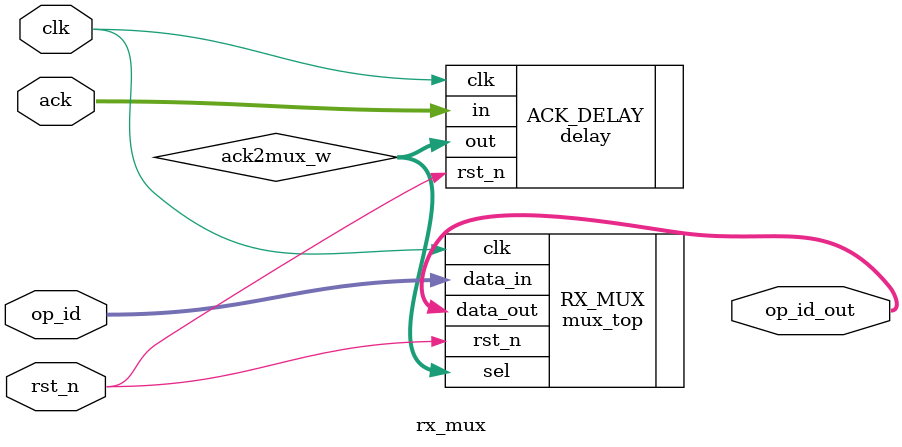
<source format=v>
module rx_mux #(
    parameter NUM_SW_INST = 5,
    parameter W_WIDTH = 8
) (
    input clk, rst_n,
    input [8*NUM_SW_INST-1:0] op_id,
    input [NUM_SW_INST-1:0] ack,

    output [7:0] op_id_out
);

    wire [NUM_SW_INST-1:0] ack2mux_w;

    delay # (
        .WIDTH(NUM_SW_INST)
    ) ACK_DELAY (
        .clk(clk),
        .rst_n(rst_n),
        .in(ack),
        .out(ack2mux_w)
    ); 

    mux_top # (
        .NUM_SW_INST(NUM_SW_INST),
        .W_WIDTH(8)
    ) RX_MUX (
        .clk(clk),
        .rst_n(rst_n),
        .sel(ack2mux_w),
        .data_in(op_id),
        .data_out(op_id_out)
    );

    endmodule
</source>
